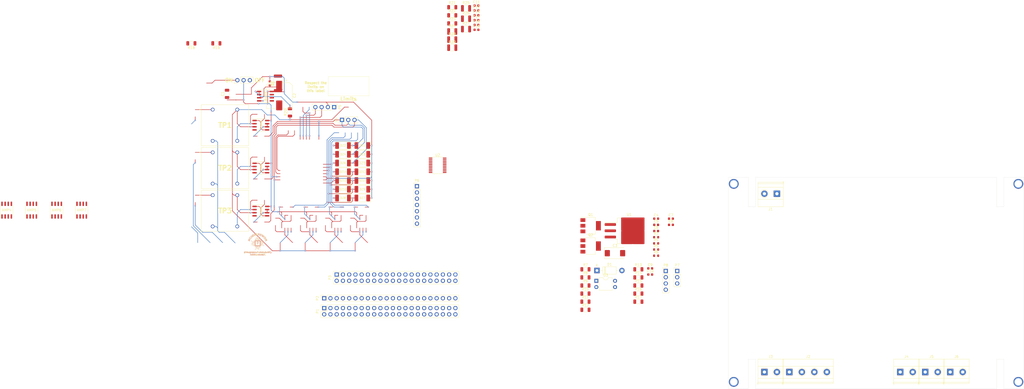
<source format=kicad_pcb>
(kicad_pcb (version 20221018) (generator pcbnew)
  (title_block (title "Power Vision V4.0 PCI") (date "26/06/2024") (rev "1.0") (company "linkedin.com/in/lucasrguerra") (comment 1 "github.com/lucasrguerra/power_vision"))
  (layers (0 "F.Cu" signal) (31 "B.Cu" signal) (34 "B.Paste" user) (35 "F.Paste" user) (36 "B.SilkS" user "B.Silkscreen") (37 "F.SilkS" user "F.Silkscreen") (38 "B.Mask" user) (39 "F.Mask" user) (44 "Edge.Cuts" user))
  (net 0 "")
  (net 1 "/Signals Acquisition/PT A-2")
  (net 2 "/Signals Acquisition/PT A-1")
  (net 3 "/Microcomputer/5V")
  (net 4 "/Signals Acquisition/PT B-2")
  (net 5 "/Signals Acquisition/PT C-2")
  (net 6 "/Power/IN+")
  (net 7 "Wave A")
  (net 8 "Wave C")
  (net 9 "Net-(Q1-C)")
  (net 10 "/Microcomputer/3.3V")
  (net 11 "/Signals Acquisition/Line A")
  (net 12 "Net-(D1-A)")
  (net 13 "/Microcontroller/ADC1_0")
  (net 14 "/Microcontroller/ADC1_1")
  (net 15 "/Microcontroller/ADC1_2")
  (net 16 "/Microcontroller/ADC1_3")
  (net 17 "/Microcontroller/ADC1_5")
  (net 18 "/Microcontroller/ADC1_4")
  (net 19 "/Microcontroller/ADC1_6")
  (net 20 "/Microcomputer/TX_0")
  (net 21 "/Microcomputer/RX_0")
  (net 22 "/Microcomputer/I2C SDA")
  (net 23 "/Microcomputer/I2C SCL")
  (net 24 "/Microcontroller/SPI_DC")
  (net 25 "/Microcontroller/SPI_CS")
  (net 26 "UART TX")
  (net 27 "UART RX")
  (net 28 "/Microcontroller/SPI_SCK")
  (net 29 "Net-(AMP1B-+)")
  (net 30 "Net-(AMP1B--)")
  (net 31 "Net-(AMP2B-+)")
  (net 32 "Net-(AMP2B--)")
  (net 33 "Net-(AMP3B-+)")
  (net 34 "Net-(AMP3B--)")
  (net 35 "Net-(AMP4B-+)")
  (net 36 "Net-(AMP4B--)")
  (net 37 "Net-(AMP5B-+)")
  (net 38 "Net-(AMP5B--)")
  (net 39 "Net-(AMP6B-+)")
  (net 40 "Net-(AMP6B--)")
  (net 41 "Net-(AMP7B-+)")
  (net 42 "Net-(AMP7B--)")
  (net 43 "Earth")
  (net 44 "Net-(AMP8A--)")
  (net 45 "/Microcontroller/SPI_MISO")
  (net 46 "/Microcontroller/SPI_MOSI")
  (net 47 "Net-(Q1-B)")
  (net 48 "Net-(Q1-E)")
  (net 49 "/Microcontroller/I2C SDA")
  (net 50 "/Microcontroller/I2C SCL")
  (net 51 "/Microcontroller/I2C_SDA")
  (net 52 "/Microcontroller/I2C_SCL")
  (net 53 "Net-(R7-Pad1)")
  (net 54 "/Signals Acquisition/Neutral")
  (net 55 "/Microcontroller/GPIO_17")
  (net 56 "Net-(R10-Pad1)")
  (net 57 "Net-(R11-Pad1)")
  (net 58 "/Signals Acquisition/Line B")
  (net 59 "Net-(R12-Pad1)")
  (net 60 "/Signals Acquisition/Line C")
  (net 61 "/Microcomputer/RX_4")
  (net 62 "/Microcomputer/TX_4")
  (net 66 "Vref")
  (net 69 "/Signals Conditioning/CT A-2")
  (net 70 "/Signals Conditioning/CT B-2")
  (net 71 "/Signals Conditioning/CT C-2")
  (net 72 "/Signals Conditioning/CT N-2")
  (net 73 "Net-(AMP8A-+)")
  (net 77 "/Microcontroller/RX_0")
  (net 78 "/Microcontroller/TX_0")
  (net 79 "/Microcontroller/RESET")
  (net 93 "unconnected-(P2-Pin_1-Pad1)")
  (net 111 "/Microcomputer/TX_2")
  (net 115 "/Microcomputer/RX_3")
  (net 125 "/Microcomputer/TX_3")
  (net 128 "/Microcomputer/RX_2")
  (footprint "Package_SO:SO-8_3.9x4.9mm_P1.27mm" (layer "F.Cu") (at -122.266 60.579)
    (fp_text reference "AMP3" hide)
    (fp_text value "TL082" hide)
  )
  (footprint "Diode_SMD:D_MELF" (layer "F.Cu") (at -88.887 44.577 180)
    (fp_text reference "DZ14" hide)
    (fp_text value "3.3V" hide)
  )
  (footprint "Resistor_SMD:R_1206_3216Metric" (layer "F.Cu") (at 9.69 100.69)
    (fp_text reference "R12")
    (fp_text value "RVolt")
  )
  (footprint "Package_SO:SO-8_3.9x4.9mm_P1.27mm" (layer "F.Cu") (at -120.396 13.843)
    (fp_text reference "AMP8" hide)
    (fp_text value "TL082" hide)
  )
  (footprint "Diode_SMD:D_MELF" (layer "F.Cu") (at -88.882 33.909 180)
    (fp_text reference "DZ2" hide)
    (fp_text value "3.3V" hide)
  )
  (footprint "SnapEDA Library:XFMR_ZMPT101B" (layer "F.Cu") (at -136.859 43.053)
    (fp_text reference "TP2" hide)
    (fp_text value "ZMPT101B" hide)
  )
  (footprint "Resistor_SMD:R_1206_3216Metric" (layer "F.Cu") (at 9.69 87.53)
    (fp_text reference "R8")
    (fp_text value "1MΩ")
  )
  (footprint "Resistor_SMD:R_1206_3216Metric" (layer "F.Cu") (at -44.4625 -15.74)
    (fp_text reference "R23")
    (fp_text value "50Ω")
  )
  (footprint "Resistor_SMD:R_1206_3216Metric" (layer "F.Cu") (at 31.21 90.82)
    (fp_text reference "R15")
    (fp_text value "50Ω")
  )
  (footprint "Capacitor_SMD:C_0603_1608Metric" (layer "F.Cu") (at 36.02 86.36)
    (fp_text reference "C10")
    (fp_text value "10V 0.1uF")
  )
  (footprint "Connector_PinHeader_2.54mm:PinHeader_1x04_P2.54mm_Vertical" (layer "F.Cu") (at 42.35 84.92)
    (fp_text reference "P8")
    (fp_text value "Pin Header")
  )
  (footprint "Package_SO:SO-8_3.9x4.9mm_P1.27mm" (layer "F.Cu") (at -205.287 60.178 90)
    (fp_text reference "AMP6" hide)
    (fp_text value "TL082" hide)
  )
  (footprint "Package_DIP:DIP-4_W7.62mm" (layer "F.Cu") (at 14.12 88.92)
    (fp_text reference "U3")
    (fp_text value "PC817")
  )
  (footprint "Diode_SMD:D_MELF" (layer "F.Cu") (at -81.026 44.577 180)
    (fp_text reference "DZ13" hide)
    (fp_text value "3.3V" hide)
  )
  (footprint "Capacitor_SMD:C_0603_1608Metric" (layer "F.Cu") (at -34.6125 -21.01)
    (fp_text reference "C12")
    (fp_text value "10V 0.1uF")
  )
  (footprint "Package_SO:SO-8_3.9x4.9mm_P1.27mm" (layer "F.Cu") (at -225.607 60.178 90)
    (fp_text reference "AMP4" hide)
    (fp_text value "TL082" hide)
  )
  (footprint "Diode_SMD:D_MELF" (layer "F.Cu") (at -88.887 41.021 180)
    (fp_text reference "DZ6" hide)
    (fp_text value "3.3V" hide)
  )
  (footprint "Capacitor_SMD:C_0603_1608Metric" (layer "F.Cu") (at -34.6125 -17.07)
    (fp_text reference "C14")
    (fp_text value "10V 0.1uF")
  )
  (footprint "Diode_SMD:D_MELF" (layer "F.Cu") (at -81.039 41.021 180)
    (fp_text reference "DZ5" hide)
    (fp_text value "3.3V" hide)
  )
  (footprint "SnapEDA Library:XFMR_ZMPT101B" (layer "F.Cu") (at -136.859 25.654)
    (fp_text reference "TP1" hide)
    (fp_text value "ZMPT101B" hide)
  )
  (footprint "Resistor_SMD:R_1206_3216Metric" (layer "F.Cu") (at 31.21 94.11)
    (fp_text reference "R16")
    (fp_text value "430Ω")
  )
  (footprint "SnapEDA Library:XFMR_ZMPT101B" (layer "F.Cu") (at -136.859 60.452)
    (fp_text reference "TP3" hide)
    (fp_text value "ZMPT101B" hide)
  )
  (footprint "Connector_PinSocket_2.54mm:PinSocket_2x22_P2.54mm_Vertical" (layer "F.Cu") (at -96.52 100 90)
    (fp_text reference "P1")
    (fp_text value "Pin Socket 2.54mm 02x22")
  )
  (footprint "Resistor_SMD:R_2512_6332Metric" (layer "F.Cu") (at -115.316 8.636 90)
    (fp_text reference "R2")
    (fp_text value "0.2Ω")
  )
  (footprint "Resistor_SMD:R_1206_3216Metric" (layer "F.Cu") (at -150.5265 -7.64 180)
    (fp_text reference "R18")
    (fp_text value "430Ω")
  )
  (footprint "Resistor_SMD:R_1206_3216Metric" (layer "F.Cu") (at 31.21 87.53)
    (fp_text reference "R14")
    (fp_text value "10kΩ")
  )
  (footprint "Diode_SMD:D_MELF" (layer "F.Cu") (at -81.026 48.133 180)
    (fp_text reference "DZ11" hide)
    (fp_text value "3.3V" hide)
  )
  (footprint "Connector_PinHeader_2.54mm:PinHeader_1x03_P2.54mm_Vertical" (layer "F.Cu") (at 47 84.92)
    (fp_text reference "P7")
    (fp_text value "Pin Header")
  )
  (footprint "Connector_PinHeader_2.54mm:PinHeader_1x03_P2.54mm_Vertical" (layer "F.Cu") (at -131.826 7.352 90)
    (fp_text reference "SW1" hide)
    (fp_text value "SS-12D00G 4mm" hide)
  )
  (footprint "Diode_SMD:D_MELF" (layer "F.Cu") (at -81.026 37.465 180)
    (fp_text reference "DZ3" hide)
    (fp_text value "3.3V" hide)
  )
  (footprint "Resistor_SMD:R_1210_3225Metric" (layer "F.Cu") (at -44.4625 -12.45)
    (fp_text reference "R24")
    (fp_text value "Rcurr")
  )
  (footprint "Resistor_SMD:R_1206_3216Metric" (layer "F.Cu") (at 9.69 97.4)
    (fp_text reference "R11")
    (fp_text value "RVolt")
  )
  (footprint "Resistor_SMD:R_1206_3216Metric" (layer "F.Cu") (at -44.4625 -22.32)
    (fp_text reference "R21")
    (fp_text value "50Ω")
  )
  (footprint "Capacitor_SMD:C_0603_1608Metric" (layer "F.Cu") (at 44.45 63.65)
    (fp_text reference "C7")
    (fp_text value "10V 0.1µF")
  )
  (footprint "Diode_SMD:D_MELF" (layer "F.Cu") (at -88.887 48.133 180)
    (fp_text reference "DZ12" hide)
    (fp_text value "3.3V" hide)
  )
  (footprint "Capacitor_SMD:CP_Elec_10x10" (layer "F.Cu") (at -114.808 13.589 -90)
    (fp_text reference "C2")
    (fp_text value "50V 100µF")
  )
  (footprint "TerminalBlock_Phoenix:TerminalBlock_Phoenix_MKDS-1,5-2-5.08_1x02_P5.08mm_Horizontal" (layer "F.Cu") (at 137.68 126)
    (fp_text reference "J4")
    (fp_text value "Screw_Terminal_01x02")
  )
  (footprint "TerminalBlock_Phoenix:TerminalBlock_Phoenix_MKDS-1,5-2-5.08_1x02_P5.08mm_Horizontal" (layer "F.Cu") (at 82.46 126)
    (fp_text reference "J3")
    (fp_text value "Screw_Terminal_01x02")
  )
  (footprint "Capacitor_SMD:C_0603_1608Metric" (layer "F.Cu") (at 36.02 83.85)
    (fp_text reference "C9")
    (fp_text value "10V 0.1uF")
  )
  (footprint "Resistor_SMD:R_1206_3216Metric" (layer "F.Cu") (at -140.3665 -7.64 180)
    (fp_text reference "R19")
    (fp_text value "50Ω")
  )
  (footprint "Connector_PinHeader_2.54mm:PinHeader_1x03_P2.54mm_Vertical" (layer "F.Cu") (at -89.281 23.495 90)
    (fp_text reference "P4")
    (fp_text value "Pin Header")
  )
  (footprint "Capacitor_SMD:C_0603_1608Metric" (layer "F.Cu") (at 38.44 63.65)
    (fp_text reference "C4")
    (fp_text value "10V 0.1µF")
  )
  (footprint "Resistor_SMD:R_1206_3216Metric" (layer "F.Cu") (at 9.69 94.11)
    (fp_text reference "R10")
    (fp_text value "RVolt")
  )
  (footprint "Diode_SMD:D_MELF" (layer "F.Cu") (at -81.026 51.689 180)
    (fp_text reference "DZ9" hide)
    (fp_text value "3.3V" hide)
  )
  (footprint "Diode_SMD:D_MELF" (layer "F.Cu") (at -81.026 55.245 180)
    (fp_text reference "DZ7" hide)
    (fp_text value "3.3V" hide)
  )
  (footprint "Resistor_SMD:R_0603_1608Metric" (layer "F.Cu") (at 38.44 71.18)
    (fp_text reference "R3")
    (fp_text value "1kΩ")
  )
  (footprint "LOGO" (layer "F.Cu") (at -123.6726 72.7202)
    (fp_text reference "G***" hide)
    (fp_text value "LOGO" hide)
  )
  (footprint "TerminalBlock_Phoenix:TerminalBlock_Phoenix_MKDS-1,5-2-5.08_1x02_P5.08mm_Horizontal" (layer "F.Cu") (at 158 126)
    (fp_text reference "J6")
    (fp_text value "Screw_Terminal_01x02")
  )
  (footprint "Capacitor_SMD:C_0603_1608Metric" (layer "F.Cu") (at -34.6125 -15.1)
    (fp_text reference "C15")
    (fp_text value "10V 0.1uF")
  )
  (footprint "Package_TO_SOT_SMD:TO-263-3_TabPin2" (layer "F.Cu") (at 27.46 68.57)
    (fp_text reference "U1")
    (fp_text value "LD1086#50")
  )
  (footprint "Connector_PinHeader_2.54mm:PinHeader_1x04_P2.54mm_Vertical" (layer "F.Cu") (at -92.481 18.288 -90)
    (fp_text reference "P5")
    (fp_text value "Pin Header")
  )
  (footprint "Resistor_SMD:R_0603_1608Metric" (layer "F.Cu") (at 38.44 73.69)
    (fp_text reference "R4")
    (fp_text value "1kΩ")
  )
  (footprint "Capacitor_SMD:C_0603_1608Metric" (layer "F.Cu") (at 38.44 66.16)
    (fp_text reference "C5")
    (fp_text value "10V 0.1µF")
  )
  (footprint "Diode_SMD:D_MELF" (layer "F.Cu") (at -88.882 37.465 180)
    (fp_text reference "DZ4" hide)
    (fp_text value "3.3V" hide)
  )
  (footprint "Capacitor_SMD:C_0603_1608Metric" (layer "F.Cu") (at 38.44 68.67)
    (fp_text reference "C6")
    (fp_text value "10V 0.1µF")
  )
  (footprint "LOGO" (layer "F.Cu") (at -123.520653 72.707604)
    (fp_text reference "G***" hide)
    (fp_text value "LOGO" hide)
  )
  (footprint "Resistor_SMD:R_1210_3225Metric" (layer "F.Cu") (at -44.4625 -5.87)
    (fp_text reference "R29")
    (fp_text value "50Ω")
  )
  (footprint "Connector_PinSocket_2.54mm:PinSocket_2x20_P2.54mm_Vertical" (layer "F.Cu") (at -91.44 86.36 90)
    (fp_text reference "P3")
    (fp_text value "Pin Socket 2.54mm 2x20")
  )
  (footprint "Resistor_SMD:R_1206_3216Metric" (layer "F.Cu") (at 9.69 84.24)
    (fp_text reference "R7")
    (fp_text value "10kΩ")
  )
  (footprint "Resistor_SMD:R_1210_3225Metric" (layer "F.Cu") (at -44.4625 -9.16)
    (fp_text reference "R28")
    (fp_text value "Rcurr")
  )
  (footprint "Diode_SMD:D_MELF" (layer "F.Cu") (at -81.026 33.909 180)
    (fp_text reference "DZ1" hide)
    (fp_text value "3.3V" hide)
  )
  (footprint "Capacitor_SMD:C_0603_1608Metric" (layer "F.Cu") (at -34.6125 -19.04)
    (fp_text reference "C13")
    (fp_text value "10V 0.1uF")
  )
  (footprint "Capacitor_SMD:C_1206_3216Metric" (layer "F.Cu") (at -136.017 12.901 90)
    (fp_text reference "C1")
    (fp_text value "100V 0.1µF")
  )
  (footprint "Resistor_SMD:R_1206_3216Metric" (layer "F.Cu") (at 31.21 84.24)
    (fp_text reference "R13")
    (fp_text value "10kΩ")
  )
  (footprint "TerminalBlock_Phoenix:TerminalBlock_Phoenix_MKDS-1,5-4-5.08_1x04_P5.08mm_Horizontal" (layer "F.Cu") (at 92.6084 126)
    (fp_text reference "J2")
    (fp_text value "Screw_Terminal_01x04")
  )
  (footprint "Connector_PinSocket_2.54mm:PinSocket_1x22_P2.54mm_Vertical" (layer "F.Cu") (at -96.52 96 90)
    (fp_text reference "P2")
    (fp_text value "Pin Socket 2.54mm 01x22")
  )
  (footprint "Package_TO_SOT_SMD:SOT-223" (layer "F.Cu") (at 11.81 66.52)
    (fp_text reference "Q1")
    (fp_text value "FZT948TA")
  )
  (footprint "Package_SO:TSSOP-20_4.4x6.5mm_P0.65mm" (layer "F.Cu") (at -50.4076 41.9544)
    (fp_text reference "U2")
    (fp_text value "TXS0108EPW")
  )
  (footprint "Diode_THT:D_DO-41_SOD81_P10.16mm_Horizontal" (layer "F.Cu") (at 14.37 84.72)
    (fp_text reference "D1")
    (fp_text value "1N4007")
  )
  (footprint "Diode_SMD:D_MELF" (layer "F.Cu") (at -88.887 55.245 180)
    (fp_text reference "DZ8" hide)
    (fp_text value "3.3V" hide)
  )
  (footprint "Diode_SMD:D_MELF" (layer "F.Cu") (at -88.887 51.689 180)
    (fp_text reference "DZ10" hide)
    (fp_text value "3.3V" hide)
  )
  (footprint "Resistor_SMD:R_1206_3216Metric" (layer "F.Cu") (at -110.4398 20.447 90)
    (fp_text reference "R20")
    (fp_text value "430Ω")
  )
  (footprint "Resistor_SMD:R_0603_1608Metric" (layer "F.Cu") (at 38.44 78.71)
    (fp_text reference "R6")
    (fp_text value "1kΩ")
  )
  (footprint "Resistor_SMD:R_1206_3216Metric" (layer "F.Cu") (at 9.69 90.82)
    (fp_text reference "R9")
    (fp_text value "1MΩ")
  )
  (footprint "Package_SO:SO-8_3.9x4.9mm_P1.27mm" (layer "F.Cu") (at -195.127 60.178 90)
    (fp_text reference "AMP7" hide)
    (fp_text value "TL082" hide)
  )
  (footprint "Connector_PinHeader_2.54mm:PinHeader_1x07_P2.54mm_Vertical" (layer "F.Cu") (at -58.8076 50.4544)
    (fp_text reference "P6")
    (fp_text value "Conn_01x07")
  )
  (footprint "Resistor_SMD:R_1206_3216Metric" (layer "F.Cu") (at 31.21 97.4)
    (fp_text reference "R17")
    (fp_text value "50Ω")
  )
  (footprint "Resistor_SMD:R_1206_3216Metric" (layer "F.Cu") (at -44.4625 -19.03)
    (fp_text reference "R22")
    (fp_text value "Rcurr")
  )
  (footprint "Capacitor_SMD:C_0603_1608Metric" (layer "F.Cu") (at -34.6125 -13.13)
    (fp_text reference "C16")
    (fp_text value "10V 0.1uF")
  )
  (footprint "Package_SO:SO-8_3.9x4.9mm_P1.27mm" (layer "F.Cu") (at -215.447 60.178 90)
    (fp_text reference "AMP5" hide)
    (fp_text value "TL082" hide)
  )
  (footprint "Resistor_SMD:R_0603_1608Metric" (layer "F.Cu") (at -118.618 8.636 -90)
    (fp_text reference "R1")
    (fp_text value "2Ω")
  )
  (footprint "TerminalBlock_Phoenix:TerminalBlock_Phoenix_MKDS-1,5-2-5.08_1x02_P5.08mm_Horizontal" (layer "F.Cu") (at 147.84 126)
    (fp_text reference "J5")
    (fp_text value "Screw_Terminal_01x02")
  )
  (footprint "Capacitor_SMD:C_0603_1608Metric" (layer "F.Cu") (at -34.6125 -22.98)
    (fp_text reference "C11")
    (fp_text value "10V 0.1uF")
  )
  (footprint "Resistor_SMD:R_0603_1608Metric" (layer "F.Cu") (at 38.44 76.2)
    (fp_text reference "R5")
    (fp_text value "1kΩ")
  )
  (footprint "Capacitor_Tantalum_SMD:CP_EIA-7343-31_Kemet-D" (layer "F.Cu") (at 21.705 77.67)
    (fp_text reference "C3")
    (fp_text value "10V 47µF")
  )
  (footprint "Resistor_SMD:R_1210_3225Metric" (layer "F.Cu") (at -38.8525 -17.65)
    (fp_text reference "R26")
    (fp_text value "Rcurr")
  )
  (footprint "Resistor_SMD:R_1210_3225Metric" (layer "F.Cu") (at -38.8525 -21.86)
    (fp_text reference "R25")
    (fp_text value "50Ω")
  )
  (footprint "Package_TO_SOT_SMD:SOT-223" (layer "F.Cu") (at 11.81 74.77)
    (fp_text reference "Q2")
    (fp_text value "FZT948TA")
  )
  (footprint "TerminalBlock_Phoenix:TerminalBlock_Phoenix_MKDS-1,5-2-5.08_1x02_P5.08mm_Horizontal" (layer "F.Cu") (at 87.54 53.5 180)
    (fp_text reference "J1")
    (fp_text value "Screw_Terminal_01x02")
  )
  (footprint "Package_SO:SO-8_3.9x4.9mm_P1.27mm" (layer "F.Cu") (at -122.266 43.053)
    (fp_text reference "AMP2" hide)
    (fp_text value "TL082" hide)
  )
  (footprint "Capacitor_SMD:C_0603_1608Metric" (layer "F.Cu") (at 44.45 66.16)
    (fp_text reference "C8")
    (fp_text value "10V 0.1µF")
  )
  (footprint "Package_SO:SO-8_3.9x4.9mm_P1.27mm" (layer "F.Cu") (at -122.266 25.654)
    (fp_text reference "AMP1" hide)
    (fp_text value "TL082" hide)
  )
  (footprint "Resistor_SMD:R_1210_3225Metric" (layer "F.Cu") (at -38.8525 -13.44)
    (fp_text reference "R27")
    (fp_text value "50Ω")
  )
  (gr_rect (start -94.869 5.8674) (end -78.3082 13.7414) (stroke (width 0.1)) (fill none) (layer "F.SilkS"))
  (gr_line (start 67.85 46.75) (end 75.85 46.75) (stroke (width 0.05)) (layer "Edge.Cuts"))
  (gr_line (start 78.85 58.75) (end 75.85 58.75) (stroke (width 0.05)) (layer "Edge.Cuts"))
  (gr_line (start 78.85 120.75) (end 75.85 120.75) (stroke (width 0.05)) (layer "Edge.Cuts"))
  (gr_line (start 176.85 46.75) (end 176.85 58.75) (stroke (width 0.05)) (layer "Edge.Cuts"))
  (gr_line (start 179.85 120.75) (end 179.85 132.75) (stroke (width 0.05)) (layer "Edge.Cuts"))
  (gr_line (start 75.85 46.75) (end 75.85 58.75) (stroke (width 0.05)) (layer "Edge.Cuts"))
  (gr_line (start 67.85 132.75) (end 67.85 46.75) (stroke (width 0.05)) (layer "Edge.Cuts"))
  (gr_line (start 75.85 120.75) (end 75.85 132.75) (stroke (width 0.05)) (layer "Edge.Cuts"))
  (gr_line (start 78.85 132.75) (end 78.85 120.75) (stroke (width 0.05)) (layer "Edge.Cuts"))
  (gr_line (start 187.85 132.75) (end 187.85 46.75) (stroke (width 0.05)) (layer "Edge.Cuts"))
  (gr_line (start 179.85 46.75) (end 187.85 46.75) (stroke (width 0.05)) (layer "Edge.Cuts"))
  (gr_line (start 78.85 132.75) (end 176.85 132.75) (stroke (width 0.05)) (layer "Edge.Cuts"))
  (gr_line (start 67.85 132.75) (end 75.85 132.75) (stroke (width 0.05)) (layer "Edge.Cuts"))
  (gr_line (start 78.85 46.75) (end 176.85 46.75) (stroke (width 0.05)) (layer "Edge.Cuts"))
  (gr_line (start 179.85 58.75) (end 176.85 58.75) (stroke (width 0.05)) (layer "Edge.Cuts"))
  (gr_line (start 187.85 132.75) (end 179.85 132.75) (stroke (width 0.05)) (layer "Edge.Cuts"))
  (gr_line (start 78.85 58.75) (end 78.85 46.75) (stroke (width 0.05)) (layer "Edge.Cuts"))
  (gr_line (start 176.85 120.75) (end 176.85 132.75) (stroke (width 0.05)) (layer "Edge.Cuts"))
  (gr_line (start 179.85 120.75) (end 176.85 120.75) (stroke (width 0.05)) (layer "Edge.Cuts"))
  (gr_line (start 179.85 58.75) (end 179.85 46.75) (stroke (width 0.05)) (layer "Edge.Cuts"))
  (gr_text "github.com/lucasrguerra\n/power_vision" (at -123.571 78.613) (layer "B.SilkS") (effects (font (size 0.6 0.6) (thickness 0.15) bold) (justify bottom mirror)))
  (gr_text "github.com/lucasrguerra\n/power_vision" (at -123.571 78.613) (layer "F.SilkS") (effects (font (size 0.6 0.6) (thickness 0.15) bold) (justify bottom)))
  (gr_text "Respect the\nlimits on\nthis label" (at -99.949 10.033) (layer "F.SilkS") (effects (font (size 1 1) (thickness 0.25) bold)))
  (gr_text "Limits" (at -86.614 14.986) (layer "F.SilkS") (effects (font (size 1.5 1.5) (thickness 0.3) bold)))
  (segment (start -102.489 29.972) (end -102.489 31.376) (width 0.2) (layer "F.Cu") (net 0))
  (segment (start -126.492 25.019) (end -124.841 25.019) (width 0.2) (layer "F.Cu") (net 0))
  (segment (start -117.821 11.938) (end -119.507 11.938) (width 0.2) (layer "F.Cu") (net 0))
  (segment (start -96.927 46.609) (end -95.885 46.609) (width 0.2) (layer "F.Cu") (net 0))
  (segment (start -95.021 16.993) (end -95.758 16.256) (width 0.2) (layer "F.Cu") (net 0))
  (segment (start -119.507 11.938) (end -119.507 16.877) (width 0.2) (layer "F.Cu") (net 0))
  (segment (start -126.111 13.067) (end -126.111 10.414) (width 0.2) (layer "F.Cu") (net 0))
  (segment (start -125.857 56.134) (end -123.7285 56.134) (width 0.2) (layer "F.Cu") (net 0))
  (segment (start -78.639 41.021) (end -77.216 41.021) (width 0.2) (layer "F.Cu") (net 0))
  (segment (start -105.181 20.041) (end -105.181 18.288) (width 0.2) (layer "F.Cu") (net 0))
  (segment (start -116.713 28.956) (end -116.713 26.162) (width 0.2) (layer "F.Cu") (net 0))
  (segment (start -120.3345 10.0985) (end -121.031 10.795) (width 0.2) (layer "F.Cu") (net 0))
  (segment (start -115.443 24.892) (end -92.9005 24.892) (width 0.2) (layer "F.Cu") (net 0))
  (segment (start -121.031 10.795) (end -121.031 13.7795) (width 0.2) (layer "F.Cu") (net 0))
  (segment (start -83.312 61.214) (end -83.312 62.287) (width 0.2) (layer "F.Cu") (net 0))
  (segment (start -113.792 61.214) (end -114.173 60.833) (width 0.2) (layer "F.Cu") (net 0))
  (segment (start -83.693 60.833) (end -83.312 61.214) (width 0.2) (layer "F.Cu") (net 0))
  (segment (start -95.885 46.609) (end -95.25 47.244) (width 0.2) (layer "F.Cu") (net 0))
  (segment (start -121.031 13.7795) (end -121.7295 14.478) (width 0.2) (layer "F.Cu") (net 0))
  (segment (start -121.577 5.88) (end -118.618 5.88) (width 0.2) (layer "F.Cu") (net 0))
  (segment (start -84.963 37.465) (end -86.482 37.465) (width 0.2) (layer "F.Cu") (net 0))
  (segment (start -117.475 47.117) (end -117.475 29.718) (width 0.2) (layer "F.Cu") (net 0))
  (segment (start -125.857 21.209) (end -123.7285 21.209) (width 0.2) (layer "F.Cu") (net 0))
  (segment (start -84.963 37.465) (end -83.426 37.465) (width 0.2) (layer "F.Cu") (net 0))
  (segment (start -126.492 21.844) (end -125.857 21.209) (width 0.2) (layer "F.Cu") (net 0))
  (segment (start -78.626 37.465) (end -77.19 37.465) (width 0.2) (layer "F.Cu") (net 0))
  (segment (start -96.927 47.879) (end -95.885 47.879) (width 0.2) (layer "F.Cu") (net 0))
  (segment (start -126.492 59.944) (end -124.841 59.944) (width 0.2) (layer "F.Cu") (net 0))
  (segment (start -129.286 16.242) (end -129.286 15.367) (width 0.2) (layer "F.Cu") (net 0))
  (segment (start -93.472 62.287) (end -93.472 61.214) (width 0.2) (layer "F.Cu") (net 0))
  (segment (start -107.442 16.256) (end -95.758 16.256) (width 0.2) (layer "F.Cu") (net 0))
  (segment (start -118.618 10.0985) (end -120.3345 10.0985) (width 0.2) (layer "F.Cu") (net 0))
  (segment (start -116.713 26.162) (end -115.443 24.892) (width 0.2) (layer "F.Cu") (net 0))
  (segment (start -121.7295 14.478) (end -122.971 14.478) (width 0.2) (layer "F.Cu") (net 0))
  (segment (start -123.204 16.877) (end -128.651 16.877) (width 0.2) (layer "F.Cu") (net 0))
  (segment (start -119.691 41.148) (end -118.11 41.148) (width 0.2) (layer "F.Cu") (net 0))
  (segment (start -117.856 47.498) (end -117.475 47.117) (width 0.2) (layer "F.Cu") (net 0))
  (segment (start -86.741 25.019) (end -86.741 23.495) (width 0.2) (layer "F.Cu") (net 0))
  (segment (start -118.11 20.066) (end -118.11 23.749) (width 0.2) (layer "F.Cu") (net 0))
  (segment (start -126.492 25.019) (end -126.492 21.844) (width 0.2) (layer "F.Cu") (net 0))
  (segment (start -77.216 41.021) (end -77.19 41.047) (width 0.2) (layer "F.Cu") (net 0))
  (segment (start -77.19 55.245) (end -78.626 55.245) (width 0.2) (layer "F.Cu") (net 0))
  (segment (start -112.776 12.0515) (end -114.808 12.0515) (width 0.2) (layer "F.Cu") (net 0))
  (segment (start -105.029 31.376) (end -105.042 31.389) (width 0.2) (layer "F.Cu") (net 0))
  (segment (start -128.651 16.877) (end -129.286 16.242) (width 0.2) (layer "F.Cu") (net 0))
  (segment (start -117.475 29.718) (end -116.713 28.956) (width 0.2) (layer "F.Cu") (net 0))
  (segment (start -136.017 15.3635) (end -132.4145 15.3635) (width 0.2) (layer "F.Cu") (net 0))
  (segment (start -118.618 10.0985) (end -115.316 10.0985) (width 0.2) (layer "F.Cu") (net 0))
  (segment (start -93.853 60.833) (end -83.693 60.833) (width 0.2) (layer "F.Cu") (net 0))
  (segment (start -126.111 10.414) (end -121.577 5.88) (width 0.2) (layer "F.Cu") (net 0))
  (segment (start -126.492 59.944) (end -126.492 56.769) (width 0.2) (layer "F.Cu") (net 0))
  (segment (start -126.492 56.769) (end -125.857 56.134) (width 0.2) (layer "F.Cu") (net 0))
  (segment (start -77.19 44.577) (end -78.626 44.577) (width 0.2) (layer "F.Cu") (net 0))
  (segment (start -118.618 5.88) (end -118.618 7.1735) (width 0.2) (layer "F.Cu") (net 0))
  (segment (start -115.443 60.833) (end -114.173 60.833) (width 0.2) (layer "F.Cu") (net 0))
  (segment (start -120.8035 47.498) (end -117.856 47.498) (width 0.2) (layer "F.Cu") (net 0))
  (segment (start -114.173 60.833) (end -104.013 60.833) (width 0.2) (layer "F.Cu") (net 0))
  (segment (start -92.9005 24.892) (end -92.1385 25.654) (width 0.2) (layer "F.Cu") (net 0))
  (segment (start -102.489 31.376) (end -102.502 31.389) (width 0.2) (layer "F.Cu") (net 0))
  (segment (start -95.885 47.879) (end -95.25 47.244) (width 0.2) (layer "F.Cu") (net 0))
  (segment (start -92.1385 25.654) (end -87.376 25.654) (width 0.2) (layer "F.Cu") (net 0))
  (segment (start -105.029 29.972) (end -105.029 31.376) (width 0.2) (layer "F.Cu") (net 0))
  (segment (start -77.19 23.648) (end -84.582 16.256) (width 0.2) (layer "F.Cu") (net 0))
  (segment (start -77.19 48.133) (end -78.626 48.133) (width 0.2) (layer "F.Cu") (net 0))
  (segment (start -77.19 33.909) (end -78.626 33.909) (width 0.2) (layer "F.Cu") (net 0))
  (segment (start -104.013 60.833) (end -93.853 60.833) (width 0.2) (layer "F.Cu") (net 0))
  (segment (start -103.632 61.214) (end -104.013 60.833) (width 0.2) (layer "F.Cu") (net 0))
  (segment (start -102.489 20.701) (end -104.521 20.701) (width 0.2) (layer "F.Cu") (net 0))
  (segment (start -84.582 16.256) (end -95.758 16.256) (width 0.2) (layer "F.Cu") (net 0))
  (segment (start -115.824 46.609) (end -114.427 46.609) (width 0.2) (layer "F.Cu") (net 0))
  (segment (start -132.4145 15.3635) (end -132.411 15.367) (width 0.2) (layer "F.Cu") (net 0))
  (segment (start -77.19 33.909) (end -77.19 23.648) (width 0.2) (layer "F.Cu") (net 0))
  (segment (start -87.376 25.654) (end -86.741 25.019) (width 0.2) (layer "F.Cu") (net 0))
  (segment (start -93.472 61.214) (end -93.853 60.833) (width 0.2) (layer "F.Cu") (net 0))
  (segment (start -132.411 15.367) (end -129.286 15.367) (width 0.2) (layer "F.Cu") (net 0))
  (segment (start -95.021 18.288) (end -95.021 16.993) (width 0.2) (layer "F.Cu") (net 0))
  (segment (start -113.792 62.287) (end -113.792 61.214) (width 0.2) (layer "F.Cu") (net 0))
  (segment (start -119.691 23.749) (end -118.11 23.749) (width 0.2) (layer "F.Cu") (net 0))
  (segment (start -77.19 51.689) (end -78.613 51.689) (width 0.2) (layer "F.Cu") (net 0))
  (segment (start -132.411 13.067) (end -126.111 13.067) (width 0.2) (layer "F.Cu") (net 0))
  (segment (start -104.521 20.701) (end -105.181 20.041) (width 0.2) (layer "F.Cu") (net 0))
  (segment (start -119.691 58.674) (end -118.11 58.674) (width 0.2) (layer "F.Cu") (net 0))
  (segment (start -95.25 47.244) (end -92.71 47.244) (width 0.2) (layer "F.Cu") (net 0))
  (segment (start -103.632 62.287) (end -103.632 61.214) (width 0.2) (layer "F.Cu") (net 0))
  (via (at -117.475 46.609) (size 0.6) (drill 0.4) (layers "F.Cu" "B.Cu") (net 0))
  (via (at -115.824 46.609) (size 0.6) (drill 0.4) (layers "F.Cu" "B.Cu") (net 0))
  (via (at -105.029 29.972) (size 0.6) (drill 0.4) (layers "F.Cu" "B.Cu") (net 0))
  (via (at -102.489 20.701) (size 0.6) (drill 0.4) (layers "F.Cu" "B.Cu") (net 0))
  (via (at -102.489 29.972) (size 0.6) (drill 0.4) (layers "F.Cu" "B.Cu") (net 0))
  (segment (start -129.286 7.352) (end -129.286 15.367) (width 0.2) (layer "B.Cu") (net 0))
  (segment (start -131.859 26.322) (end -130.556 25.019) (width 0.2) (layer "B.Cu") (net 0))
  (segment (start -119.507 16.877) (end -118.759 16.877) (width 0.2) (layer "B.Cu") (net 0))
  (segment (start -131.859 32.004) (end -131.859 26.322) (width 0.2) (layer "B.Cu") (net 0))
  (segment (start -77.19 33.909) (end -77.19 37.465) (width 0.2) (layer "B.Cu") (net 0))
  (segment (start -117.475 46.609) (end -115.824 46.609) (width 0.2) (layer "B.Cu") (net 0))
  (segment (start -77.19 55.245) (end -77.19 51.689) (width 0.2) (layer "B.Cu") (net 0))
  (segment (start -112.776 12.827) (end -112.776 12.0515) (width 0.2) (layer "B.Cu") (net 0))
  (segment (start -77.19 46.583) (end -77.19 44.577) (width 0.2) (layer "B.Cu") (net 0))
  (segment (start -102.641 19.329) (end -102.641 18.288) (width 0.2) (layer "B.Cu") (net 0))
  (segment (start -130.556 25.019) (end -126.492 25.019) (width 0.2) (layer "B.Cu") (net 0))
  (segment (start -118.11 23.749) (end -118.11 41.148) (width 0.2) (layer "B.Cu") (net 0))
  (segment (start -81.28 25.654) (end -86.106 25.654) (width 0.2) (layer "B.Cu") (net 0))
  (segment (start -77.19 41.047) (end -77.19 44.577) (width 0.2) (layer "B.Cu") (net 0))
  (segment (start -77.19 37.465) (end -77.19 41.047) (width 0.2) (layer "B.Cu") (net 0))
  (segment (start -118.759 16.877) (end -118.11 17.526) (width 0.2) (layer "B.Cu") (net 0))
  (segment (start -84.963 37.465) (end -80.137 32.639) (width 0.2) (layer "B.Cu") (net 0))
  (segment (start -113.373 5.88) (end -118.618 5.88) (width 0.2) (layer "B.Cu") (net 0))
  (segment (start -131.859 61.247) (end -131.859 66.802) (width 0.2) (layer "B.Cu") (net 0))
  (segment (start -86.106 25.654) (end -86.741 25.019) (width 0.2) (layer "B.Cu") (net 0))
  (segment (start -105.029 29.972) (end -105.029 21.717) (width 0.2) (layer "B.Cu") (net 0))
  (segment (start -80.137 32.639) (end -80.137 26.797) (width 0.2) (layer "B.Cu") (net 0))
  (segment (start -102.489 20.701) (end -102.489 29.972) (width 0.2) (layer "B.Cu") (net 0))
  (segment (start -118.11 17.526) (end -118.11 20.066) (width 0.2) (layer "B.Cu") (net 0))
  (segment (start -80.137 26.797) (end -81.28 25.654) (width 0.2) (layer "B.Cu") (net 0))
  (segment (start -118.11 41.148) (end -118.11 58.674) (width 0.2) (layer "B.Cu") (net 0))
  (segment (start -118.11 60.198) (end -117.475 60.833) (width 0.2) (layer "B.Cu") (net 0))
  (segment (start -126.492 59.944) (end -130.556 59.944) (width 0.2) (layer "B.Cu") (net 0))
  (segment (start -109.347 16.256) (end -107.442 16.256) (width 0.2) (layer "B.Cu") (net 0))
  (segment (start -112.776 12.0515) (end -112.776 6.477) (width 0.2) (layer "B.Cu") (net 0))
  (segment (start -118.11 58.674) (end -118.11 60.198) (width 0.2) (layer "B.Cu") (net 0))
  (segment (start -86.741 25.019) (end -86.741 23.495) (width 0.2) (layer "B.Cu") (net 0))
  (segment (start -130.556 59.944) (end -131.859 61.247) (width 0.2) (layer "B.Cu") (net 0))
  (segment (start -112.776 6.477) (end -113.373 5.88) (width 0.2) (layer "B.Cu") (net 0))
  (segment (start -77.19 51.689) (end -77.19 48.133) (width 0.2) (layer "B.Cu") (net 0))
  (segment (start -77.19 48.133) (end -77.19 46.583) (width 0.2) (layer "B.Cu") (net 0))
  (segment (start -117.475 60.833) (end -115.443 60.833) (width 0.2) (layer "B.Cu") (net 0))
  (segment (start -109.347 16.256) (end -112.776 12.827) (width 0.2) (layer "B.Cu") (net 0))
  (segment (start -105.029 21.717) (end -102.641 19.329) (width 0.2) (layer "B.Cu") (net 0))
  (segment (start -92.71 47.244) (end -77.851 47.244) (width 0.2) (layer "B.Cu") (net 0))
  (segment (start -77.851 47.244) (end -77.19 46.583) (width 0.2) (layer "B.Cu") (net 0))
  (segment (start -123.204 16.877) (end -119.507 16.877) (width 0.2) (layer "B.Cu") (net 0))
  (segment (start -115.824 68.961) (end -112.522 68.961) (width 0.2) (layer "F.Cu") (net 2))
  (segment (start -116.332 66.3595) (end -116.332 68.453) (width 0.2) (layer "F.Cu") (net 2))
  (segment (start -116.332 68.453) (end -115.824 68.961) (width 0.2) (layer "F.Cu") (net 2))
  (segment (start -109.347 73.406) (end -112.522 70.231) (width 0.2) (layer "F.Cu") (net 2))
  (segment (start -112.522 68.961) (end -112.522 67.437) (width 0.2) (layer "F.Cu") (net 2))
  (segment (start -112.522 70.231) (end -112.522 68.961) (width 0.2) (layer "F.Cu") (net 2))
  (via (at -126.492 25.019) (size 0.6) (drill 0.4) (layers "F.Cu" "B.Cu") (net 2))
  (via (at -126.492 42.418) (size 0.6) (drill 0.4) (layers "F.Cu" "B.Cu") (net 2))
  (via (at -126.492 59.944) (size 0.6) (drill 0.4) (layers "F.Cu" "B.Cu") (net 2))
  (via (at -112.522 68.961) (size 0.6) (drill 0.4) (layers "F.Cu" "B.Cu") (net 2))
  (segment (start -98.1835 22.479) (end -97.561 21.8565) (width 0.2) (layer "F.Cu") (net 3))
  (segment (start -106.299 31.376) (end -106.312 31.389) (width 0.2) (layer "F.Cu") (net 3))
  (segment (start -97.561 21.8565) (end -97.561 18.288) (width 0.2) (layer "F.Cu") (net 3))
  (segment (start -106.299 22.479) (end -98.1835 22.479) (width 0.2) (layer "F.Cu") (net 3))
  (segment (start -106.299 29.972) (end -106.299 31.376) (width 0.2) (layer "F.Cu") (net 3))
  (via (at -106.299 29.972) (size 0.6) (drill 0.4) (layers "F.Cu" "B.Cu") (net 3))
  (via (at -106.299 22.479) (size 0.6) (drill 0.4) (layers "F.Cu" "B.Cu") (net 3))
  (segment (start -106.299 22.479) (end -106.299 29.972) (width 0.2) (layer "B.Cu") (net 3))
  (segment (start -142.088 8.509) (end -140.931 7.352) (width 0.2) (layer "F.Cu") (net 6))
  (segment (start -140.931 7.352) (end -131.801 7.352) (width 0.2) (layer "F.Cu") (net 6))
  (segment (start -144.374 8.509) (end -142.088 8.509) (width 0.2) (layer "F.Cu") (net 6))
  (segment (start -84.963 33.909) (end -86.482 33.909) (width 0.2) (layer "F.Cu") (net 7))
  (segment (start -98.679 31.376) (end -98.692 31.389) (width 0.2) (layer "F.Cu") (net 7))
  (segment (start -92.837 24.13) (end -92.202 23.495) (width 0.2) (layer "F.Cu") (net 7))
  (segment (start -118.872 30.099) (end -117.348 28.575) (width 0.2) (layer "F.Cu") (net 7))
  (segment (start -92.202 23.495) (end -89.281 23.495) (width 0.2) (layer "F.Cu") (net 7))
  (segment (start -84.963 33.909) (end -83.426 33.909) (width 0.2) (layer "F.Cu") (net 7))
  (segment (start -98.679 29.972) (end -98.679 31.376) (width 0.2) (layer "F.Cu") (net 7))
  (segment (start -117.348 25.908) (end -115.57 24.13) (width 0.2) (layer "F.Cu") (net 7))
  (segment (start -115.57 24.13) (end -92.837 24.13) (width 0.2) (layer "F.Cu") (net 7))
  (segment (start -120.8035 30.099) (end -118.872 30.099) (width 0.2) (layer "F.Cu") (net 7))
  (segment (start -117.348 28.575) (end -117.348 25.908) (width 0.2) (layer "F.Cu") (net 7))
  (segment (start -89.281 25.781) (end -89.281 23.495) (width 0.2) (layer "B.Cu") (net 7))
  (segment (start -80.772 27.051) (end -81.407 26.416) (width 0.2) (layer "B.Cu") (net 7))
  (segment (start -98.679 24.13) (end -98.679 29.972) (width 0.2) (layer "B.Cu") (net 7))
  (segment (start -80.772 30.988) (end -80.772 27.051) (width 0.2) (layer "B.Cu") (net 7))
  (segment (start -84.963 33.909) (end -83.693 33.909) (width 0.2) (layer "B.Cu") (net 7))
  (segment (start -83.693 33.909) (end -80.772 30.988) (width 0.2) (layer "B.Cu") (net 7))
  (segment (start -88.646 26.416) (end -89.281 25.781) (width 0.2) (layer "B.Cu") (net 7))
  (segment (start -81.407 26.416) (end -88.646 26.416) (width 0.2) (layer "B.Cu") (net 7))
  (segment (start -116.078 29.337) (end -116.078 26.416) (width 0.2) (layer "F.Cu") (net 8))
  (segment (start -93.345 25.654) (end -92.583 26.416) (width 0.2) (layer "F.Cu") (net 8))
  (segment (start -116.84 47.879) (end -114.427 47.879) (width 0.2) (layer "F.Cu") (net 8))
  (segment (start -116.84 47.879) (end -116.84 30.099) (width 0.2) (layer "F.Cu") (net 8))
  (segment (start -84.836 26.416) (end -84.201 25.781) (width 0.2) (layer "F.Cu") (net 8))
  (segment (start -84.201 25.781) (end -84.201 23.495) (width 0.2) (layer "F.Cu") (net 8))
  (segment (start -115.316 25.654) (end -93.345 25.654) (width 0.2) (layer "F.Cu") (net 8))
  (segment (start -116.84 30.099) (end -116.078 29.337) (width 0.2) (layer "F.Cu") (net 8))
  (segment (start -92.583 26.416) (end -84.836 26.416) (width 0.2) (layer "F.Cu") (net 8))
  (segment (start -116.84 58.674) (end -116.84 60.198) (width 0.2) (layer "F.Cu") (net 8))
  (segment (start -84.9565 41.021) (end -83.413 41.021) (width 0.2) (layer "F.Cu") (net 8))
  (segment (start -118.237 61.595) (end -118.237 64.389) (width 0.2) (layer "F.Cu") (net 8))
  (segment (start -116.078 26.416) (end -115.316 25.654) (width 0.2) (layer "F.Cu") (net 8))
  (segment (start -84.9565 41.021) (end -86.487 41.021) (width 0.2) (layer "F.Cu") (net 8))
  (segment (start -116.84 60.198) (end -118.237 61.595) (width 0.2) (layer "F.Cu") (net 8))
  (segment (start -118.237 64.389) (end -118.872 65.024) (width 0.2) (layer "F.Cu") (net 8))
  (segment (start -118.872 65.024) (end -120.8035 65.024) (width 0.2) (layer "F.Cu") (net 8))
  (segment (start -82.55 23.495) (end -84.201 23.495) (width 0.2) (layer "B.Cu") (net 8))
  (segment (start -79.375 26.67) (end -82.55 23.495) (width 0.2) (layer "B.Cu") (net 8))
  (segment (start -116.84 47.879) (end -116.84 58.674) (width 0.2) (layer "B.Cu") (net 8))
  (segment (start -79.375 35.4395) (end -79.375 26.67) (width 0.2) (layer "B.Cu") (net 8))
  (segment (start -84.9565 41.021) (end -79.375 35.4395) (width 0.2) (layer "B.Cu") (net 8))
  (via (at -77.19 44.577) (size 0.6) (drill 0.4) (layers "F.Cu" "B.Cu") (net 10))
  (via (at -77.19 33.909) (size 0.6) (drill 0.4) (layers "F.Cu" "B.Cu") (net 10))
  (via (at -77.19 55.245) (size 0.6) (drill 0.4) (layers "F.Cu" "B.Cu") (net 10))
  (via (at -92.71 47.244) (size 0.6) (drill 0.4) (layers "F.Cu" "B.Cu") (net 10))
  (via (at -77.19 51.689) (size 0.6) (drill 0.4) (layers "F.Cu" "B.Cu") (net 10))
  (via (at -112.776 12.0515) (size 0.6) (drill 0.4) (layers "F.Cu" "B.Cu") (net 10))
  (via (at -107.442 16.256) (size 0.6) (drill 0.4) (layers "F.Cu" "B.Cu") (net 10))
  (via (at -118.618 5.88) (size 0.6) (drill 0.4) (layers "F.Cu" "B.Cu") (net 10))
  (via (at -77.19 41.047) (size 0.6) (drill 0.4) (layers "F.Cu" "B.Cu") (net 10))
  (via (at -77.19 48.133) (size 0.6) (drill 0.4) (layers "F.Cu" "B.Cu") (net 10))
  (via (at -77.19 37.465) (size 0.6) (drill 0.4) (layers "F.Cu" "B.Cu") (net 10))
  (segment (start -92.71 33.909) (end -91.282 33.909) (width 0.2) (layer "F.Cu") (net 13))
  (via (at -84.963 33.909) (size 0.6) (drill 0.4) (layers "F.Cu" "B.Cu") (net 13))
  (via (at -98.679 24.13) (size 0.6) (drill 0.4) (layers "F.Cu" "B.Cu") (net 13))
  (via (at -98.679 29.972) (size 0.6) (drill 0.4) (layers "F.Cu" "B.Cu") (net 13))
  (segment (start -148.971 40.894) (end -148.971 39.628) (width 0.2) (layer "F.Cu") (net 14))
  (via (at -148.971 40.894) (size 0.6) (drill 0.4) (layers "F.Cu" "B.Cu") (net 14))
  (segment (start -148.971 40.894) (end -149.733 41.656) (width 0.2) (layer "B.Cu") (net 14))
  (segment (start -149.733 41.656) (end -149.733 66.548) (width 0.2) (layer "B.Cu") (net 14))
  (segment (start -149.733 66.548) (end -142.875 73.406) (width 0.2) (layer "B.Cu") (net 14))
  (segment (start -84.95 55.245) (end -83.426 55.245) (width 0.2) (layer "F.Cu") (net 16))
  (segment (start -110.4245 58.928) (end -109.093 58.928) (width 0.2) (layer "F.Cu") (net 16))
  (segment (start -84.95 55.245) (end -86.487 55.245) (width 0.2) (layer "F.Cu") (net 16))
  (segment (start -96.927 45.339) (end -95.368 45.339) (width 0.2) (layer "F.Cu") (net 16))
  (segment (start -84.95 56.375) (end -84.95 55.245) (width 0.2) (layer "F.Cu") (net 16))
  (segment (start -95.377 57.023) (end -85.598 57.023) (width 0.2) (layer "F.Cu") (net 16))
  (segment (start -85.598 57.023) (end -84.95 56.375) (width 0.2) (layer "F.Cu") (net 16))
  (via (at -84.95 55.245) (size 0.6) (drill 0.4) (layers "F.Cu" "B.Cu") (net 16))
  (segment (start -95.368 45.339) (end -95.368 31.614) (width 0.2) (layer "B.Cu") (net 16))
  (segment (start -92.456 28.702) (end -90.541 28.702) (width 0.2) (layer "B.Cu") (net 16))
  (segment (start -95.368 45.339) (end -95.368 57.014) (width 0.2) (layer "B.Cu") (net 16))
  (segment (start -95.368 57.014) (end -96.52 58.166) (width 0.2) (layer "B.Cu") (net 16))
  (segment (start -96.52 58.166) (end -108.331 58.166) (width 0.2) (layer "B.Cu") (net 16))
  (segment (start -95.368 31.614) (end -92.456 28.702) (width 0.2) (layer "B.Cu") (net 16))
  (segment (start -108.331 58.166) (end -109.093 58.928) (width 0.2) (layer "B.Cu") (net 16))
  (segment (start -100.2645 58.928) (end -98.933 58.928) (width 0.2) (layer "F.Cu") (net 17))
  (segment (start -86.487 51.689) (end -84.95 51.689) (width 0.2) (layer "F.Cu") (net 17))
  (segment (start -94.742 53.467) (end -85.598 53.467) (width 0.2) (layer "F.Cu") (net 17))
  (segment (start -96.927 44.069) (end -94.733 44.069) (width 0.2) (layer "F.Cu") (net 17))
  (segment (start -84.95 51.689) (end -83.426 51.689) (width 0.2) (layer "F.Cu") (net 17))
  (segment (start -85.598 53.467) (end -84.95 52.819) (width 0.2) (layer "F.Cu") (net 17))
  (segment (start -84.95 52.819) (end -84.95 51.689) (width 0.2) (layer "F.Cu") (net 17))
  (via (at -84.95 51.689) (size 0.6) (drill 0.4) (layers "F.Cu" "B.Cu") (net 17))
  (segment (start -94.733 44.069) (end -94.733 57.395) (width 0.2) (layer "B.Cu") (net 17))
  (segment (start -94.733 31.995) (end -93.472 30.734) (width 0.2) (layer "B.Cu") (net 17))
  (segment (start -96.266 58.928) (end -98.933 58.928) (width 0.2) (layer "B.Cu") (net 17))
  (segment (start -88.001 30.089) (end -88.001 28.702) (width 0.2) (layer "B.Cu") (net 17))
  (segment (start -88.646 30.734) (end -88.001 30.089) (width 0.2) (layer "B.Cu") (net 17))
  (segment (start -93.472 30.734) (end -88.646 30.734) (width 0.2) (layer "B.Cu") (net 17))
  (segment (start -94.733 57.395) (end -96.266 58.928) (width 0.2) (layer "B.Cu") (net 17))
  (segment (start -94.733 44.069) (end -94.733 31.995) (width 0.2) (layer "B.Cu") (net 17))
  (segment (start -84.95 49.263) (end -84.95 48.133) (width 0.2) (layer "F.Cu") (net 18))
  (segment (start -88.773 58.928) (end -90.1045 58.928) (width 0.2) (layer "F.Cu") (net 18))
  (segment (start -85.598 49.911) (end -84.95 49.263) (width 0.2) (layer "F.Cu") (net 18))
  (segment (start -84.95 48.133) (end -83.426 48.133) (width 0.2) (layer "F.Cu") (net 18))
  (segment (start -94.098 49.911) (end -85.598 49.911) (width 0.2) (layer "F.Cu") (net 18))
  (segment (start -84.95 48.133) (end -86.487 48.133) (width 0.2) (layer "F.Cu") (net 18))
  (segment (start -94.098 42.799) (end -96.927 42.799) (width 0.2) (layer "F.Cu") (net 18))
  (segment (start -94.098 42.799) (end -94.098 32.3125) (width 0.2) (layer "B.Cu") (net 18))
  (segment (start -94.098 42.799) (end -94.098 57.413) (width 0.2) (layer "B.Cu") (net 18))
  (segment (start -85.461 30.724) (end -85.461 28.702) (width 0.2) (layer "B.Cu") (net 18))
  (segment (start -93.1545 31.369) (end -86.106 31.369) (width 0.2) (layer "B.Cu") (net 18))
  (segment (start -94.098 32.3125) (end -93.1545 31.369) (width 0.2) (layer "B.Cu") (net 18))
  (segment (start -86.106 31.369) (end -85.461 30.724) (width 0.2) (layer "B.Cu") (net 18))
  (segment (start -94.098 57.413) (end -92.583 58.928) (width 0.2) (layer "B.Cu") (net 18))
  (segment (start -92.583 58.928) (end -88.773 58.928) (width 0.2) (layer "B.Cu") (net 18))
  (segment (start -84.95 44.577) (end -83.426 44.577) (width 0.2) (layer "F.Cu") (net 19))
  (segment (start -96.927 41.529) (end -93.472 41.529) (width 0.2) (layer "F.Cu") (net 19))
  (segment (start -84.95 45.7135) (end -84.95 44.577) (width 0.2) (layer "F.Cu") (net 19))
  (segment (start -84.95 44.577) (end -86.487 44.577) (width 0.2) (layer "F.Cu") (net 19))
  (segment (start -78.613 58.928) (end -79.9445 58.928) (width 0.2) (layer "F.Cu") (net 19))
  (segment (start -85.5915 46.355) (end -84.95 45.7135) (width 0.2) (layer "F.Cu") (net 19))
  (segment (start -93.472 46.355) (end -85.5915 46.355) (width 0.2) (layer "F.Cu") (net 19))
  (via (at -78.613 58.928) (size 0.6) (drill 0.4) (layers "F.Cu" "B.Cu") (net 19))
  (via (at -93.472 46.355) (size 0.6) (drill 0.4) (layers "F.Cu" "B.Cu") (net 19))
  (via (at -93.472 41.529) (size 0.6) (drill 0.4) (layers "F.Cu" "B.Cu") (net 19))
  (via (at -84.95 44.577) (size 0.6) (drill 0.4) (layers "F.Cu" "B.Cu") (net 19))
  (segment (start -92.329 58.166) (end -79.375 58.166) (width 0.2) (layer "B.Cu") (net 19))
  (segment (start -82.921 31.369) (end -82.921 28.702) (width 0.2) (layer "B.Cu") (net 19))
  (segment (start -92.837 32.004) (end -83.556 32.004) (width 0.2) (layer "B.Cu") (net 19))
  (segment (start -93.472 32.639) (end -92.837 32.004) (width 0.2) (layer "B.Cu") (net 19))
  (segment (start -79.375 58.166) (end -78.613 58.928) (width 0.2) (layer "B.Cu") (net 19))
  (segment (start -93.472 57.023) (end -92.329 58.166) (width 0.2) (layer "B.Cu") (net 19))
  (segment (start -93.472 41.555) (end -93.472 57.023) (width 0.2) (layer "B.Cu") (net 19))
  (segment (start -93.472 41.529) (end -93.472 32.639) (width 0.2) (layer "B.Cu") (net 19))
  (segment (start -83.556 32.004) (end -82.921 31.369) (width 0.2) (layer "B.Cu") (net 19))
  (segment (start -96.012 68.453) (end -95.504 68.961) (width 0.2) (layer "F.Cu") (net 20))
  (segment (start -96.012 66.3595) (end -96.012 68.453) (width 0.2) (layer "F.Cu") (net 20))
  (segment (start -95.504 68.961) (end -92.202 68.961) (width 0.2) (layer "F.Cu") (net 20))
  (segment (start -92.202 68.961) (end -92.202 67.437) (width 0.2) (layer "F.Cu") (net 20))
  (segment (start -92.202 70.231) (end -89.027 73.406) (width 0.2) (layer "F.Cu") (net 20))
  (segment (start -92.202 68.961) (end -92.202 70.231) (width 0.2) (layer "F.Cu") (net 20))
  (via (at -92.202 68.961) (size 0.6) (drill 0.4) (layers "F.Cu" "B.Cu") (net 20))
  (via (at -109.093 58.928) (size 0.6) (drill 0.4) (layers "F.Cu" "B.Cu") (net 20))
  (via (at -95.368 45.339) (size 0.6) (drill 0.4) (layers "F.Cu" "B.Cu") (net 20))
  (via (at -95.377 57.023) (size 0.6) (drill 0.4) (layers "F.Cu" "B.Cu") (net 20))
  (via (at -94.733 44.069) (size 0.6) (drill 0.4) (layers "F.Cu" "B.Cu") (net 21))
  (via (at -94.742 53.467) (size 0.6) (drill 0.4) (layers "F.Cu" "B.Cu") (net 21))
  (via (at -98.933 58.928) (size 0.6) (drill 0.4) (layers "F.Cu" "B.Cu") (net 21))
  (segment (start -116.218 30.5) (end -115.329 29.611) (width 0.2) (layer "F.Cu") (net 26))
  (segment (start -111.773 29.611) (end -111.138 28.976) (width 0.2) (layer "F.Cu") (net 26))
  (segment (start -115.329 29.611) (end -111.773 29.611) (width 0.2) (layer "F.Cu") (net 26))
  (segment (start -116.218 44.704) (end -116.218 30.5) (width 0.2) (layer "F.Cu") (net 26))
  (segment (start -114.427 45.339) (end -115.583 45.339) (width 0.2) (layer "F.Cu") (net 26))
  (segment (start -115.583 45.339) (end -116.218 44.704) (width 0.2) (layer "F.Cu") (net 26))
  (segment (start -111.138 28.976) (end -111.138 27.833) (width 0.2) (layer "F.Cu") (net 26))
  (segment (start -115.075 30.119) (end -109.233 30.119) (width 0.2) (layer "F.Cu") (net 27))
  (segment (start -115.095 44.069) (end -115.71 43.454) (width 0.2) (layer "F.Cu") (net 27))
  (segment (start -109.233 30.119) (end -108.598 29.484) (width 0.2) (layer "F.Cu") (net 27))
  (segment (start -115.71 30.754) (end -115.075 30.119) (width 0.2) (layer "F.Cu") (net 27))
  (segment (start -115.71 43.454) (end -115.71 30.754) (width 0.2) (layer "F.Cu") (net 27))
  (segment (start -108.598 29.484) (end -108.598 27.833) (width 0.2) (layer "F.Cu") (net 27))
  (segment (start -114.427 44.069) (end -115.095 44.069) (width 0.2) (layer "F.Cu") (net 27))
  (segment (start -122.301 26.924) (end -121.666 27.559) (width 0.2) (layer "F.Cu") (net 29))
  (segment (start -122.301 24.384) (end -122.301 26.924) (width 0.2) (layer "F.Cu") (net 29))
  (segment (start -120.8035 21.209) (end -120.8035 22.8865) (width 0.2) (layer "F.Cu") (net 29))
  (segment (start -122.936 23.749) (end -122.301 24.384) (width 0.2) (layer "F.Cu") (net 29))
  (segment (start -120.8035 22.8865) (end -122.301 24.384) (width 0.2) (layer "F.Cu") (net 29))
  (segment (start -121.666 27.559) (end -119.691 27.559) (width 0.2) (layer "F.Cu") (net 29))
  (segment (start -124.841 23.749) (end -122.936 23.749) (width 0.2) (layer "F.Cu") (net 29))
  (segment (start -121.285 26.289) (end -119.691 26.289) (width 0.2) (layer "F.Cu") (net 30))
  (segment (start -125.095 30.099) (end -123.7285 30.099) (width 0.2) (layer "F.Cu") (net 30))
  (segment (start -119.691 25.019) (end -119.691 26.289) (width 0.2) (layer "F.Cu") (net 30))
  (via (at -121.285 26.289) (size 0.6) (drill 0.4) (layers "F.Cu" "B.Cu") (net 30))
  (via (at -125.095 30.099) (size 0.6) (drill 0.4) (layers "F.Cu" "B.Cu") (net 30))
  (segment (start -121.285 26.289) (end -125.095 30.099) (width 0.2) (layer "B.Cu") (net 30))
  (segment (start -122.301 41.783) (end -122.301 44.323) (width 0.2) (layer "F.Cu") (net 31))
  (segment (start -120.8035 38.608) (end -120.8035 40.2855) (width 0.2) (layer "F.Cu") (net 31))
  (segment (start -148.971 23.622) (end -148.971 22.229) (width 0.2) (layer "F.Cu") (net 31))
  (segment (start -122.301 44.323) (end -121.666 44.958) (width 0.2) (layer "F.Cu") (net 31))
  (segment (start -120.8035 40.2855) (end -122.301 41.783) (width 0.2) (layer "F.Cu") (net 31))
  (segment (start -124.841 41.148) (end -122.936 41.148) (width 0.2) (layer "F.Cu") (net 31))
  (segment (start -122.936 41.148) (end -122.301 41.783) (width 0.2) (layer "F.Cu") (net 31))
  (segment (start -121.666 44.958) (end -119.691 44.958) (width 0.2) (layer "F.Cu") (net 31))
  (via (at -148.971 23.622) (size 0.6) (drill 0.4) (layers "F.Cu" "B.Cu") (net 31))
  (segment (start -150.495 25.146) (end -148.971 23.622) (width 0.2) (layer "B.Cu") (net 31))
  (segment (start -126.492 42.418) (end -126.492 39.243) (width 0.2) (layer "F.Cu") (net 32))
  (segment (start -121.285 43.688) (end -119.691 43.688) (width 0.2) (layer "F.Cu") (net 32))
  (segment (start -119.691 42.418) (end -119.691 43.688) (width 0.2) (layer "F.Cu") (net 32))
  (segment (start -126.492 42.418) (end -124.841 42.418) (width 0.2) (layer "F.Cu") (net 32))
  (segment (start -126.492 39.243) (end -125.857 38.608) (width 0.2) (layer "F.Cu") (net 32))
  (segment (start -125.095 47.498) (end -123.7285 47.498) (width 0.2) (layer "F.Cu") (net 32))
  (segment (start -125.857 38.608) (end -123.7285 38.608) (width 0.2) (layer "F.Cu") (net 32))
  (via (at -125.095 47.498) (size 0.6) (drill 0.4) (layers "F.Cu" "B.Cu") (net 32))
  (via (at -121.285 43.688) (size 0.6) (drill 0.4) (layers "F.Cu" "B.Cu") (net 32))
  (segment (start -131.859 43.721) (end -130.556 42.418) (width 0.2) (layer "B.Cu") (net 32))
  (segment (start -130.556 42.418) (end -126.492 42.418) (width 0.2) (layer "B.Cu") (net 32))
  (segment (start -131.859 49.403) (end -131.859 43.721) (width 0.2) (layer "B.Cu") (net 32))
  (segment (start -125.095 47.498) (end -121.285 43.688) (width 0.2) (layer "B.Cu") (net 32))
  (segment (start -120.8035 57.8115) (end -122.301 59.309) (width 0.2) (layer "F.Cu") (net 33))
  (segment (start -124.841 58.674) (end -122.936 58.674) (width 0.2) (layer "F.Cu") (net 33))
  (segment (start -122.936 58.674) (end -122.301 59.309) (width 0.2) (layer "F.Cu") (net 33))
  (segment (start -148.971 58.42) (end -148.971 57.027) (width 0.2) (layer "F.Cu") (net 33))
  (segment (start -120.8035 56.134) (end -120.8035 57.8115) (width 0.2) (layer "F.Cu") (net 33))
  (segment (start -122.301 59.309) (end -122.301 61.849) (width 0.2) (layer "F.Cu") (net 33))
  (segment (start -121.666 62.484) (end -119.691 62.484) (width 0.2) (layer "F.Cu") (net 33))
  (segment (start -122.301 61.849) (end -121.666 62.484) (width 0.2) (layer "F.Cu") (net 33))
  (via (at -148.971 58.42) (size 0.6) (drill 0.4) (layers "F.Cu" "B.Cu") (net 33))
  (segment (start -145.923 69.215) (end -148.971 66.167) (width 0.2) (layer "B.Cu") (net 33))
  (segment (start -141.986 69.215) (end -145.923 69.215) (width 0.2) (layer "B.Cu") (net 33))
  (segment (start -148.971 66.167) (end -148.971 58.42) (width 0.2) (layer "B.Cu") (net 33))
  (segment (start -137.795 73.406) (end -141.986 69.215) (width 0.2) (layer "B.Cu") (net 33))
  (segment (start -119.691 61.214) (end -119.691 59.944) (width 0.2) (layer "F.Cu") (net 34))
  (segment (start -125.095 65.024) (end -123.7285 65.024) (width 0.2) (layer "F.Cu") (net 34))
  (segment (start -121.285 61.214) (end -119.691 61.214) (width 0.2) (layer "F.Cu") (net 34))
  (via (at -121.285 61.214) (size 0.6) (drill 0.4) (layers "F.Cu" "B.Cu") (net 34))
  (via (at -125.095 65.024) (size 0.6) (drill 0.4) (layers "F.Cu" "B.Cu") (net 34))
  (segment (start -121.285 61.214) (end -125.095 65.024) (width 0.2) (layer "B.Cu") (net 34))
  (segment (start -113.411 64.77) (end -110.363 64.77) (width 0.2) (layer "F.Cu") (net 35))
  (segment (start -109.982 64.389) (end -109.982 62.287) (width 0.2) (layer "F.Cu") (net 35))
  (segment (start -114.7465 63.4345) (end -113.411 64.77) (width 0.2) (layer "F.Cu") (net 35))
  (segment (start -116.332 63.4345) (end -114.7465 63.4345) (width 0.2) (layer "F.Cu") (net 35))
  (segment (start -110.363 64.77) (end -109.982 64.389) (width 0.2) (layer "F.Cu") (net 35))
  (segment (start -113.792 65.151) (end -113.411 64.77) (width 0.2) (layer "F.Cu") (net 35))
  (segment (start -113.792 67.437) (end -113.792 65.151) (width 0.2) (layer "F.Cu") (net 35))
  (segment (start -114.681 58.928) (end -113.3495 58.928) (width 0.2) (layer "F.Cu") (net 36))
  (segment (start -111.252 62.287) (end -112.522 62.287) (width 0.2) (layer "F.Cu") (net 36))
  (segment (start -112.522 62.287) (end -112.522 63.881) (width 0.2) (layer "F.Cu") (net 36))
  (via (at -112.522 63.881) (size 0.6) (drill 0.4) (layers "F.Cu" "B.Cu") (net 36))
  (via (at -114.681 58.928) (size 0.6) (drill 0.4) (layers "F.Cu" "B.Cu") (net 36))
  (segment (start -114.681 61.722) (end -112.522 63.881) (width 0.2) (layer "B.Cu") (net 36))
  (segment (start -114.681 58.928) (end -114.681 61.722) (width 0.2) (layer "B.Cu") (net 36))
  (segment (start -106.172 63.4345) (end -104.5865 63.4345) (width 0.2) (layer "F.Cu") (net 37))
  (segment (start -103.632 65.151) (end -103.251 64.77) (width 0.2) (layer "F.Cu") (net 37))
  (segment (start -103.632 67.437) (end -103.632 65.151) (width 0.2) (layer "F.Cu") (net 37))
  (segment (start -100.203 64.77) (end -99.822 64.389) (width 0.2) (layer "F.Cu") (net 37))
  (segment (start -103.251 64.77) (end -100.203 64.77) (width 0.2) (layer "F.Cu") (net 37))
  (segment (start -104.5865 63.4345) (end -103.251 64.77) (width 0.2) (layer "F.Cu") (net 37))
  (segment (start -99.822 64.389) (end -99.822 62.287) (width 0.2) (layer "F.Cu") (net 37))
  (segment (start -101.092 62.287) (end -102.362 62.287) (width 0.2) (layer "F.Cu") (net 38))
  (segment (start -104.521 58.928) (end -103.1895 58.928) (width 0.2) (layer "F.Cu") (net 38))
  (segment (start -102.362 62.287) (end -102.362 63.881) (width 0.2) (layer "F.Cu") (net 38))
  (via (at -104.521 58.928) (size 0.6) (drill 0.4) (layers "F.Cu" "B.Cu") (net 38))
  (via (at -102.362 63.881) (size 0.6) (drill 0.4) (layers "F.Cu" "B.Cu") (net 38))
  (segment (start -104.521 58.928) (end -104.521 61.722) (width 0.2) (layer "B.Cu") (net 38))
  (segment (start -104.521 61.722) (end -102.362 63.881) (width 0.2) (layer "B.Cu") (net 38))
  (segment (start -93.472 67.437) (end -93.472 65.151) (width 0.2) (layer "F.Cu") (net 39))
  (segment (start -93.091 64.77) (end -90.043 64.77) (width 0.2) (layer "F.Cu") (net 39))
  (segment (start -89.662 64.389) (end -89.662 62.287) (width 0.2) (layer "F.Cu") (net 39))
  (segment (start -94.4265 63.4345) (end -93.091 64.77) (width 0.2) (layer "F.Cu") (net 39))
  (segment (start -93.472 65.151) (end -93.091 64.77) (width 0.2) (layer "F.Cu") (net 39))
  (segment (start -96.012 63.4345) (end -94.4265 63.4345) (width 0.2) (layer "F.Cu") (net 39))
  (segment (start -90.043 64.77) (end -89.662 64.389) (width 0.2) (layer "F.Cu") (net 39))
  (segment (start -90.932 62.287) (end -92.202 62.287) (width 0.2) (layer "F.Cu") (net 40))
  (segment (start -92.202 62.287) (end -92.202 63.881) (width 0.2) (layer "F.Cu") (net 40))
  (segment (start -94.361 58.928) (end -93.0295 58.928) (width 0.2) (layer "F.Cu") (net 40))
  (via (at -92.202 63.881) (size 0.6) (drill 0.4) (layers "F.Cu" "B.Cu") (net 40))
  (via (at -94.361 58.928) (size 0.6) (drill 0.4) (layers "F.Cu" "B.Cu") (net 40))
  (segment (start -94.361 61.722) (end -92.202 63.881) (width 0.2) (layer "B.Cu") (net 40))
  (segment (start -94.361 58.928) (end -94.361 61.722) (width 0.2) (layer "B.Cu") (net 40))
  (segment (start -82.931 64.77) (end -79.883 64.77) (width 0.2) (layer "F.Cu") (net 41))
  (segment (start -83.312 65.151) (end -82.931 64.77) (width 0.2) (layer "F.Cu") (net 41))
  (segment (start -84.2665 63.4345) (end -82.931 64.77) (width 0.2) (layer "F.Cu") (net 41))
  (segment (start -85.852 63.4345) (end -84.2665 63.4345) (width 0.2) (layer "F.Cu") (net 41))
  (segment (start -83.312 67.437) (end -83.312 65.151) (width 0.2) (layer "F.Cu") (net 41))
  (segment (start -79.502 64.389) (end -79.502 62.287) (width 0.2) (layer "F.Cu") (net 41))
  (segment (start -79.883 64.77) (end -79.502 64.389) (width 0.2) (layer "F.Cu") (net 41))
  (segment (start -82.042 62.287) (end -82.042 63.881) (width 0.2) (layer "F.Cu") (net 42))
  (segment (start -80.772 62.287) (end -82.042 62.287) (width 0.2) (layer "F.Cu") (net 42))
  (segment (start -84.201 58.928) (end -82.8695 58.928) (width 0.2) (layer "F.Cu") (net 42))
  (via (at -84.201 58.928) (size 0.6) (drill 0.4) (layers "F.Cu" "B.Cu") (net 42))
  (via (at -82.042 63.881) (size 0.6) (drill 0.4) (layers "F.Cu" "B.Cu") (net 42))
  (segment (start -84.201 58.928) (end -84.201 61.722) (width 0.2) (layer "B.Cu") (net 42))
  (segment (start -84.201 61.722) (end -82.042 63.881) (width 0.2) (layer "B.Cu") (net 42))
  (segment (start -109.982 68.961) (end -109.982 67.437) (width 0.2) (layer "F.Cu") (net 43))
  (segment (start -92.71 41.021) (end -91.287 41.021) (width 0.2) (layer "F.Cu") (net 43))
  (segment (start -103.759 31.376) (end -103.772 31.389) (width 0.2) (layer "F.Cu") (net 43))
  (segment (start -92.684 48.133) (end -91.287 48.133) (width 0.2) (layer "F.Cu") (net 43))
  (segment (start -96.927 49.149) (end -93.7 49.149) (width 0.2) (layer "F.Cu") (net 43))
  (segment (start -100.101 20.98) (end -100.101 18.288) (width 0.2) (layer "F.Cu") (net 43))
  (segment (start -103.759 21.59) (end -100.711 21.59) (width 0.2) (layer "F.Cu") (net 43))
  (segment (start -92.71 37.465) (end -91.282 37.465) (width 0.2) (layer "F.Cu") (net 43))
  (segment (start -92.71 44.577) (end -91.287 44.577) (width 0.2) (layer "F.Cu") (net 43))
  (segment (start -92.71 51.689) (end -91.287 51.689) (width 0.2) (layer "F.Cu") (net 43))
  (segment (start -89.662 68.961) (end -89.662 67.437) (width 0.2) (layer "F.Cu") (net 43))
  (segment (start -122.971 15.748) (end -121.412 15.748) (width 0.2) (layer "F.Cu") (net 43))
  (segment (start -99.822 68.961) (end -99.822 67.437) (width 0.2) (layer "F.Cu") (net 43))
  (segment (start -100.711 21.59) (end -100.101 20.98) (width 0.2) (layer "F.Cu") (net 43))
  (segment (start -79.502 68.961) (end -79.502 67.437) (width 0.2) (layer "F.Cu") (net 43))
  (segment (start -93.7 49.149) (end -92.684 48.133) (width 0.2) (layer "F.Cu") (net 43))
  (segment (start -92.71 55.245) (end -91.287 55.245) (width 0.2) (layer "F.Cu") (net 43))
  (segment (start -103.759 29.972) (end -103.759 31.376) (width 0.2) (layer "F.Cu") (net 43))
  (via (at 70 49.5) (size 4) (drill 3) (layers "F.Cu" "B.Cu") (net 43))
  (via (at -92.71 41.021) (size 0.6) (drill 0.4) (layers "F.Cu" "B.Cu") (net 43))
  (via (at 185.7 130) (size 4) (drill 3) (layers "F.Cu" "B.Cu") (net 43))
  (via (at -84.95 48.133) (size 0.6) (drill 0.4) (layers "F.Cu" "B.Cu") (net 43))
  (via (at -79.502 68.961) (size 0.6) (drill 0.4) (layers "F.Cu" "B.Cu") (net 43))
  (via (at -92.71 48.133) (size 0.6) (drill 0.4) (layers "F.Cu" "B.Cu") (net 43))
  (via (at 70 130) (size 4) (drill 3) (layers "F.Cu" "B.Cu") (net 43))
  (via (at -103.759 29.972) (size 0.6) (drill 0.4) (layers "F.Cu" "B.Cu") (net 43))
  (via (at -99.822 68.961) (size 0.6) (drill 0.4) (layers "F.Cu" "B.Cu") (net 43))
  (via (at -88.773 58.928) (size 0.6) (drill 0.4) (layers "F.Cu" "B.Cu") (net 43))
  (via (at -92.71 33.909) (size 0.6) (drill 0.4) (layers "F.Cu" "B.Cu") (net 43))
  (via (at -92.71 37.465) (size 0.6) (drill 0.4) (layers "F.Cu" "B.Cu") (net 43))
  (via (at -92.71 44.577) (size 0.6) (drill 0.4) (layers "F.Cu" "B.Cu") (net 43))
  (via (at -116.84 58.674) (size 0.6) (drill 0.4) (layers "F.Cu" "B.Cu") (net 43))
  (via (at -84.963 37.465) (size 0.6) (drill 0.4) (layers "F.Cu" "B.Cu") (net 43))
  (via (at -84.9565 41.021) (size 0.6) (drill 0.4) (layers "F.Cu" "B.Cu") (net 43))
  (via (at 185.7 49.5) (size 4) (drill 3) (layers "F.Cu" "B.Cu") (net 43))
  (via (at -94.098 49.911) (size 0.6) (drill 0.4) (layers "F.Cu" "B.Cu") (net 43))
  (via (at -94.098 42.799) (size 0.6) (drill 0.4) (layers "F.Cu" "B.Cu") (net 43))
  (via (at -103.759 21.59) (size 0.6) (drill 0.4) (layers "F.Cu" "B.Cu") (net 43))
  (via (at -109.982 68.961) (size 0.6) (drill 0.4) (layers "F.Cu" "B.Cu") (net 43))
  (via (at -92.71 55.245) (size 0.6) (drill 0.4) (layers "F.Cu" "B.Cu") (net 43))
  (via (at -116.84 47.879) (size 0.6) (drill 0.4) (layers "F.Cu" "B.Cu") (net 43))
  (via (at -92.71 51.689) (size 0.6) (drill 0.4) (layers "F.Cu" "B.Cu") (net 43))
  (via (at -89.662 68.961) (size 0.6) (drill 0.4) (layers "F.Cu" "B.Cu") (net 43))
  (via (at -121.412 15.748) (size 0.6) (drill 0.4) (layers "F.Cu" "B.Cu") (net 43))
  (segment (start -103.759 21.59) (end -103.759 29.972) (width 0.2) (layer "B.Cu") (net 43))
  (segment (start -124.46 11.938) (end -122.971 11.938) (width 0.2) (layer "F.Cu") (net 44))
  (segment (start -122.971 11.938) (end -122.971 13.208) (width 0.2) (layer "F.Cu") (net 44))
  (segment (start -110.4398 17.6276) (end -110.4398 18.9845) (width 0.2) (layer "F.Cu") (net 44))
  (via (at -110.4398 17.6276) (size 0.6) (drill 0.4) (layers "F.Cu" "B.Cu") (net 44))
  (via (at -124.46 11.938) (size 0.6) (drill 0.4) (layers "F.Cu" "B.Cu") (net 44))
  (segment (start -147.955 73.406) (end -147.955 69.469) (width 0.2) (layer "B.Cu") (net 44))
  (segment (start -147.955 69.469) (end -150.495 66.929) (width 0.2) (layer "B.Cu") (net 44))
  (segment (start -114.0466 14.0208) (end -110.4398 17.6276) (width 0.2) (layer "B.Cu") (net 44))
  (segment (start -119.9394 14.0208) (end -114.0466 14.0208) (width 0.2) (layer "B.Cu") (net 44))
  (segment (start -124.46 11.938) (end -122.3772 14.0208) (width 0.2) (layer "B.Cu") (net 44))
  (segment (start -122.3772 14.0208) (end -119.9394 14.0208) (width 0.2) (layer "B.Cu") (net 44))
  (segment (start -141.859 66.802) (end -140.462 66.802) (width 0.2) (layer "B.Cu") (net 54))
  (segment (start -140.462 66.802) (end -139.827 67.437) (width 0.2) (layer "B.Cu") (net 54))
  (segment (start -139.827 50.038) (end -139.827 32.639) (width 0.2) (layer "B.Cu") (net 54))
  (segment (start -139.192 69.215) (end -139.827 68.58) (width 0.2) (layer "B.Cu") (net 54))
  (segment (start -140.462 32.004) (end -141.859 32.004) (width 0.2) (layer "B.Cu") (net 54))
  (segment (start -141.859 49.403) (end -140.462 49.403) (width 0.2) (layer "B.Cu") (net 54))
  (segment (start -139.827 68.58) (end -139.827 67.437) (width 0.2) (layer "B.Cu") (net 54))
  (segment (start -140.462 49.403) (end -139.827 50.038) (width 0.2) (layer "B.Cu") (net 54))
  (segment (start -139.827 67.437) (end -139.827 50.038) (width 0.2) (layer "B.Cu") (net 54))
  (segment (start -132.715 73.533) (end -137.033 69.215) (width 0.2) (layer "B.Cu") (net 54))
  (segment (start -139.827 32.639) (end -140.462 32.004) (width 0.2) (layer "B.Cu") (net 54))
  (segment (start -137.033 69.215) (end -139.192 69.215) (width 0.2) (layer "B.Cu") (net 54))
  (segment (start -148.971 19.304) (end -141.859 19.304) (width 0.2) (layer "F.Cu") (net 56))
  (segment (start -148.971 36.703) (end -141.859 36.703) (width 0.2) (layer "F.Cu") (net 57))
  (segment (start -148.971 54.102) (end -141.859 54.102) (width 0.2) (layer "F.Cu") (net 59))
  (via (at -119.507 16.877) (size 0.6) (drill 0.4) (layers "F.Cu" "B.Cu") (net 62))
  (via (at -118.11 23.749) (size 0.6) (drill 0.4) (layers "F.Cu" "B.Cu") (net 62))
  (via (at -119.507 11.938) (size 0.6) (drill 0.4) (layers "F.Cu" "B.Cu") (net 62))
  (via (at -115.443 60.833) (size 0.6) (drill 0.4) (layers "F.Cu" "B.Cu") (net 62))
  (via (at -118.11 20.066) (size 0.6) (drill 0.4) (layers "F.Cu" "B.Cu") (net 62))
  (via (at -118.11 41.148) (size 0.6) (drill 0.4) (layers "F.Cu" "B.Cu") (net 62))
  (via (at -123.204 16.877) (size 0.6) (drill 0.4) (layers "F.Cu" "B.Cu") (net 62))
  (via (at -118.11 58.674) (size 0.6) (drill 0.4) (layers "F.Cu" "B.Cu") (net 62))
  (via (at -129.286 15.367) (size 0.6) (drill 0.4) (layers "F.Cu" "B.Cu") (net 62))
  (segment (start -130.556 43.688) (end -126.492 43.688) (width 0.2) (layer "F.Cu") (net 66))
  (segment (start -104.267 73.406) (end -104.267 76.708) (width 0.2) (layer "F.Cu") (net 66))
  (segment (start -133.223 36.703) (end -133.858 36.068) (width 0.2) (layer "F.Cu") (net 66))
  (segment (start -133.858 53.467) (end -133.858 60.452) (width 0.2) (layer "F.Cu") (net 66))
  (segment (start -110.4398 23.368) (end -93.345 23.368) (width 0.2) (layer "F.Cu") (net 66))
  (segment (start -131.859 36.703) (end -131.859 42.385) (width 0.2) (layer "F.Cu") (net 66))
  (segment (start -126.492 61.214) (end -124.841 61.214) (width 0.2) (layer "F.Cu") (net 66))
  (segment (start -126.492 26.289) (end -130.556 26.289) (width 0.2) (layer "F.Cu") (net 66))
  (segment (start -131.859 54.102) (end -131.859 59.911) (width 0.2) (layer "F.Cu") (net 66))
  (segment (start -126.492 43.688) (end -124.841 43.688) (width 0.2) (layer "F.Cu") (net 66))
  (segment (start -131.859 42.385) (end -130.556 43.688) (width 0.2) (layer "F.Cu") (net 66))
  (segment (start -133.223 54.102) (end -131.859 54.102) (width 0.2) (layer "F.Cu") (net 66))
  (segment (start -131.859 19.304) (end -133.858 21.303) (width 0.2) (layer "F.Cu") (net 66))
  (segment (start -133.858 36.068) (end -133.858 53.467) (width 0.2) (layer "F.Cu") (net 66))
  (segment (start -110.4398 23.368) (end -110.4398 21.9095) (width 0.2) (layer "F.Cu") (net 66))
  (segment (start -114.427 73.406) (end -114.427 76.708) (width 0.2) (layer "F.Cu") (net 66))
  (segment (start -133.858 21.303) (end -133.858 36.068) (width 0.2) (layer "F.Cu") (net 66))
  (segment (start -130.556 61.214) (end -126.492 61.214) (width 0.2) (layer "F.Cu") (net 66))
  (segment (start -88.265 18.288) (end -86.614 18.288) (width 0.2) (layer "F.Cu") (net 66))
  (segment (start -93.345 23.368) (end -88.265 18.288) (width 0.2) (layer "F.Cu") (net 66))
  (segment (start -117.602 76.708) (end -114.427 76.708) (width 0.2) (layer "F.Cu") (net 66))
  (segment (start -83.947 76.708) (end -83.947 73.406) (width 0.2) (layer "F.Cu") (net 66))
  (segment (start -131.859 36.703) (end -133.223 36.703) (width 0.2) (layer "F.Cu") (net 66))
  (segment (start -133.858 60.452) (end -117.602 76.708) (width 0.2) (layer "F.Cu") (net 66))
  (segment (start -133.858 53.467) (end -133.223 54.102) (width 0.2) (layer "F.Cu") (net 66))
  (segment (start -126.492 26.289) (end -124.841 26.289) (width 0.2) (layer "F.Cu") (net 66))
  (segment (start -94.107 73.406) (end -94.107 76.708) (width 0.2) (layer "F.Cu") (net 66))
  (segment (start -131.859 59.911) (end -130.556 61.214) (width 0.2) (layer "F.Cu") (net 66))
  (segment (start -131.859 24.986) (end -131.859 19.304) (width 0.2) (layer "F.Cu") (net 66))
  (segment (start -104.267 76.708) (end -94.107 76.708) (width 0.2) (layer "F.Cu") (net 66))
  (segment (start -130.556 26.289) (end -131.859 24.986) (width 0.2) (layer "F.Cu") (net 66))
  (segment (start -131.859 19.304) (end -121.92 19.304) (width 0.2) (layer "B.Cu") (net 66))
  (segment (start -121.92 19.304) (end -119.7356 21.4884) (width 0.2) (layer "B.Cu") (net 66))
  (segment (start -116.5612 21.4884) (end -114.6816 23.368) (width 0.2) (layer "B.Cu") (net 66))
  (segment (start -119.7356 21.4884) (end -116.5612 21.4884) (width 0.2) (layer "B.Cu") (net 66))
  (segment (start -94.107 76.708) (end -83.947 76.708) (width 0.2) (layer "B.Cu") (net 66))
  (segment (start -114.427 76.708) (end -104.267 76.708) (width 0.2) (layer "B.Cu") (net 66))
  (segment (start -114.6816 23.368) (end -110.4398 23.368) (width 0.2) (layer "B.Cu") (net 66))
  (segment (start -105.664 68.961) (end -102.362 68.961) (width 0.2) (layer "F.Cu") (net 70))
  (segment (start -101.092 68.961) (end -101.092 67.437) (width 0.2) (layer "F.Cu") (net 70))
  (segment (start -80.772 68.961) (end -80.772 67.437) (width 0.2) (layer "F.Cu") (net 70))
  (segment (start -111.252 68.961) (end -111.252 67.437) (width 0.2) (layer "F.Cu") (net 70))
  (segment (start -102.362 68.961) (end -102.362 70.231) (width 0.2) (layer "F.Cu") (net 70))
  (segment (start -102.362 70.231) (end -99.187 73.406) (width 0.2) (layer "F.Cu") (net 70))
  (segment (start -106.172 68.453) (end -105.664 68.961) (width 0.2) (layer "F.Cu") (net 70))
  (segment (start -90.932 68.961) (end -90.932 67.437) (width 0.2) (layer "F.Cu") (net 70))
  (segment (start -106.172 66.3595) (end -106.172 68.453) (width 0.2) (layer "F.Cu") (net 70))
  (segment (start -102.362 68.961) (end -102.362 67.437) (width 0.2) (layer "F.Cu") (net 70))
  (via (at -80.772 68.961) (size 0.6) (drill 0.4) (layers "F.Cu" "B.Cu") (net 70))
  (via (at -111.252 68.961) (size 0.6) (drill 0.4) (layers "F.Cu" "B.Cu") (net 70))
  (via (at -104.267 76.708) (size 0.6) (drill 0.4) (layers "F.Cu" "B.Cu") (net 70))
  (via (at -90.932 68.961) (size 0.6) (drill 0.4) (layers "F.Cu" "B.Cu") (net 70))
  (via (at -101.092 68.961) (size 0.6) (drill 0.4) (layers "F.Cu" "B.Cu") (net 70))
  (via (at -114.427 76.708) (size 0.6) (drill 0.4) (layers "F.Cu" "B.Cu") (net 70))
  (via (at -126.492 43.688) (size 0.6) (drill 0.4) (layers "F.Cu" "B.Cu") (net 70))
  (via (at -83.947 76.708) (size 0.6) (drill 0.4) (layers "F.Cu" "B.Cu") (net 70))
  (via (at -94.107 76.708) (size 0.6) (drill 0.4) (layers "F.Cu" "B.Cu") (net 70))
  (via (at -102.362 68.961) (size 0.6) (drill 0.4) (layers "F.Cu" "B.Cu") (net 70))
  (via (at -126.492 61.214) (size 0.6) (drill 0.4) (layers "F.Cu" "B.Cu") (net 70))
  (via (at -126.492 26.289) (size 0.6) (drill 0.4) (layers "F.Cu" "B.Cu") (net 70))
  (segment (start -80.772 70.231) (end -80.772 68.961) (width 0.2) (layer "B.Cu") (net 70))
  (segment (start -114.427 73.406) (end -111.252 70.231) (width 0.2) (layer "B.Cu") (net 70))
  (segment (start -83.947 73.406) (end -80.772 70.231) (width 0.2) (layer "B.Cu") (net 70))
  (segment (start -90.932 70.231) (end -90.932 68.961) (width 0.2) (layer "B.Cu") (net 70))
  (segment (start -104.267 73.406) (end -101.092 70.231) (width 0.2) (layer "B.Cu") (net 70))
  (segment (start -94.107 73.406) (end -90.932 70.231) (width 0.2) (layer "B.Cu") (net 70))
  (segment (start -111.252 70.231) (end -111.252 68.961) (width 0.2) (layer "B.Cu") (net 70))
  (segment (start -101.092 70.231) (end -101.092 68.961) (width 0.2) (layer "B.Cu") (net 70))
  (segment (start -82.042 68.961) (end -82.042 67.437) (width 0.2) (layer "F.Cu") (net 71))
  (segment (start -85.852 66.3595) (end -85.852 68.453) (width 0.2) (layer "F.Cu") (net 71))
  (segment (start -82.042 70.231) (end -78.867 73.406) (width 0.2) (layer "F.Cu") (net 71))
  (segment (start -85.852 68.453) (end -85.344 68.961) (width 0.2) (layer "F.Cu") (net 71))
  (segment (start -85.344 68.961) (end -82.042 68.961) (width 0.2) (layer "F.Cu") (net 71))
  (segment (start -82.042 68.961) (end -82.042 70.231) (width 0.2) (layer "F.Cu") (net 71))
  (via (at -82.042 68.961) (size 0.6) (drill 0.4) (layers "F.Cu" "B.Cu") (net 71))
  (via (at -110.4398 23.368) (size 0.6) (drill 0.4) (layers "F.Cu" "B.Cu") (net 93))
)
</source>
